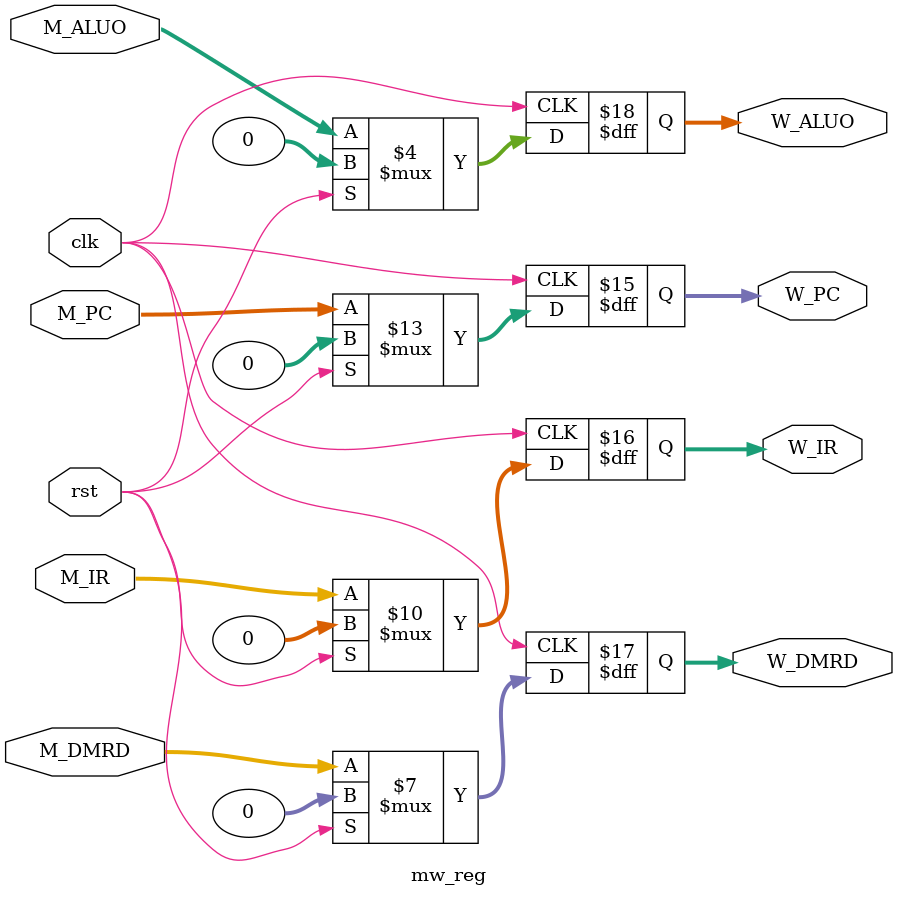
<source format=v>
`timescale 1ns / 1ps
module mw_reg(
    input clk,
    input rst,
    input [31:0] M_PC,
    input [31:0] M_IR,
    input [31:0] M_DMRD,
    input [31:0] M_ALUO,
    output reg [31:0] W_PC,
    output reg [31:0] W_IR,
    output reg [31:0] W_DMRD,
    output reg [31:0] W_ALUO
    );
    always @(posedge clk ) begin
        if(rst == 1) begin
            W_PC <= 32'b0;
            W_IR <= 32'b0;
            W_DMRD <= 32'b0;
            W_ALUO <= 32'b0;
        end
        else begin
            W_PC <= M_PC;
            W_IR <= M_IR;
            W_DMRD <= M_DMRD;
            W_ALUO <= M_ALUO;
        end
    end

endmodule

</source>
